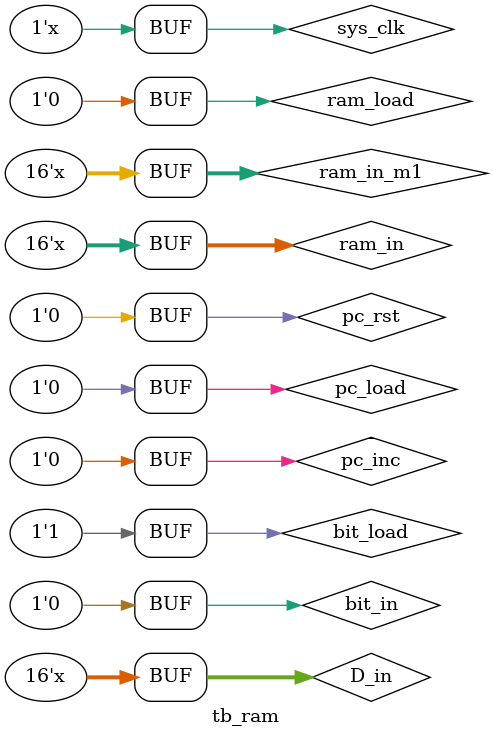
<source format=v>
`timescale 1ns / 1ps


module tb_ram();

reg             sys_clk ;
reg     [15:0]  D_in    ;

wire            latch_q ;
// wire            latch_q_;

wire            dff_q   ;
// wire            dff_q_  ;

wire            bit_o   ;
reg             bit_in  ;
reg             bit_load;

wire    [15:0]  register_o;

reg     [15:0]  ram_in  ;
reg     [15:0]  ram_in_m1  ;
reg             ram_load;
wire    [15:0]  ram8_o;
wire    [15:0]  ram64_o;
wire    [15:0]  ram512_o;
wire    [15:0]  ram4K_o;
wire    [15:0]  ram16K_o;

reg             pc_load, pc_inc, pc_rst;
wire    [15:0]  pc_o;


initial begin
    sys_clk     = 1 ;
    D_in        = 0 ;
    bit_in      = 0 ;
    bit_load    = 1 ;
    ram_in      = 0 ;
    ram_in_m1   = -1 ;
    #100;
    bit_load    = 0 ;
    #200;
    bit_load    = 1 ;
end

// testbench RAM
initial begin
    ram_load    = 1 ;
    #81920
    ram_load    = 0 ;
end

// testbench PC
initial begin
    pc_load     = 0 ;
    pc_inc      = 0 ;
    pc_rst      = 1 ;
    #20
    pc_load     = 1 ;
    pc_rst      = 0 ;
    #100
    pc_load     = 0 ;
    pc_rst      = 1 ;
    #20
    pc_rst      = 0 ;
    pc_inc      = 1 ;
    #100
    pc_inc      = 0 ;
end

always #10 sys_clk = ~sys_clk;   // 50MHz 系统时钟
always #3 D_in = D_in + 1 ;
always #20 ram_in = ram_in + 1;
always #20 ram_in_m1 = ram_in_m1 + 1;

D_Latch u_D_Latch_1 (
    .D      (D_in[0]    ),
    .clk    (sys_clk    ),
    .Q      (latch_q    ),
    // .Q_     (latch_q_   )
    .Q_     (   )
);

DFF u_DFF_1 (
    .D      (D_in[0]    ),
    .clk    (sys_clk    ),
    .S_     (1     ),
    .R_     (1     ),
    .Q      (dff_q      ),
    // .Q_     (dff_q_     )      
    .Q_     (     )      
);

Bit u_Bit_1 (
    .in     (D_in[0]    ),
    .load   (bit_load   ),
    .clk    (sys_clk    ),
    .out    (bit_o      )
);

PC u_PC_1 (
    .in     (ram_in     ),
    .load   (pc_load    ),
    .inc    (pc_inc     ),
    .rst    (pc_rst     ),
    .clk    (sys_clk    ),
    .out    (pc_o       )
);

Register u_Register_1 (
    .in     (D_in       ),
    .load   (bit_load   ),
    .clk    (sys_clk    ),
    .out    (register_o )
);

RAM8 u_RAM8_1 (
    .in     (ram_in         ),
    .load   (ram_load       ),
    .addr   (ram_in_m1[2:0]    ),
    .clk    (sys_clk        ),
    .out    (ram8_o         )
);

RAM64 u_RAM64_1 (
    .in     (ram_in         ),
    .load   (ram_load       ),
    .addr   (ram_in_m1[5:0]    ),
    .clk    (sys_clk        ),
    .out    (ram64_o        )
);

RAM512 u_RAM512_1 (
    .in     (ram_in         ),
    .load   (ram_load       ),
    .addr   (ram_in_m1[8:0]    ),
    .clk    (sys_clk        ),
    .out    (ram512_o       )
);

RAM4K u_RAM4K_1 (
    .in     (ram_in         ),
    .load   (ram_load       ),
    .addr   (ram_in_m1[11:0]   ),
    .clk    (sys_clk        ),
    .out    (ram4K_o        )
);

RAM16K u_RAM16K_1 (
    .in     (ram_in         ),
    .load   (ram_load       ),
    .addr   (ram_in_m1[11:0]   ),
    .clk    (sys_clk        ),
    .out    (ram16K_o        )
);

endmodule

</source>
